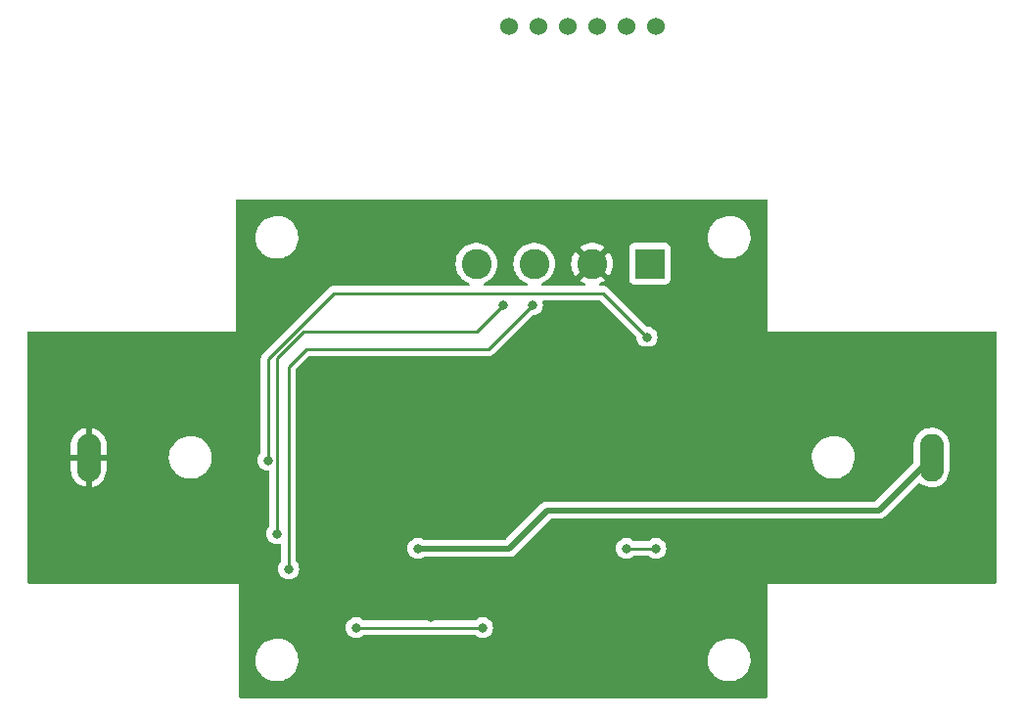
<source format=gbr>
%TF.GenerationSoftware,KiCad,Pcbnew,7.0.9*%
%TF.CreationDate,2024-03-18T18:38:54+01:00*%
%TF.ProjectId,esp32c3,65737033-3263-4332-9e6b-696361645f70,rev?*%
%TF.SameCoordinates,Original*%
%TF.FileFunction,Copper,L2,Bot*%
%TF.FilePolarity,Positive*%
%FSLAX46Y46*%
G04 Gerber Fmt 4.6, Leading zero omitted, Abs format (unit mm)*
G04 Created by KiCad (PCBNEW 7.0.9) date 2024-03-18 18:38:54*
%MOMM*%
%LPD*%
G01*
G04 APERTURE LIST*
%TA.AperFunction,ComponentPad*%
%ADD10C,1.524000*%
%TD*%
%TA.AperFunction,ComponentPad*%
%ADD11C,2.600000*%
%TD*%
%TA.AperFunction,ComponentPad*%
%ADD12R,2.600000X2.600000*%
%TD*%
%TA.AperFunction,ComponentPad*%
%ADD13O,2.070000X4.140000*%
%TD*%
%TA.AperFunction,ViaPad*%
%ADD14C,0.800000*%
%TD*%
%TA.AperFunction,Conductor*%
%ADD15C,0.500000*%
%TD*%
%TA.AperFunction,Conductor*%
%ADD16C,0.250000*%
%TD*%
G04 APERTURE END LIST*
D10*
%TO.P,U1,1,VCC*%
%TO.N,unconnected-(U1-VCC-Pad1)*%
X165862000Y-38354000D03*
%TO.P,U1,2,GND*%
%TO.N,unconnected-(U1-GND-Pad2)*%
X163322000Y-38354000D03*
%TO.P,U1,3,SCL*%
%TO.N,unconnected-(U1-SCL-Pad3)*%
X160782000Y-38354000D03*
%TO.P,U1,4,SDA*%
%TO.N,unconnected-(U1-SDA-Pad4)*%
X158242000Y-38354000D03*
%TO.P,U1,5,CSB*%
%TO.N,unconnected-(U1-CSB-Pad5)*%
X155702000Y-38354000D03*
%TO.P,U1,6,SDO*%
%TO.N,unconnected-(U1-SDO-Pad6)*%
X153162000Y-38354000D03*
%TD*%
D11*
%TO.P,J2,4,Pin_4*%
%TO.N,Net-(J2-Pin_4)*%
X150354000Y-58928000D03*
%TO.P,J2,3,Pin_3*%
%TO.N,Net-(J2-Pin_3)*%
X155354000Y-58928000D03*
%TO.P,J2,2,Pin_2*%
%TO.N,GNDD*%
X160354000Y-58928000D03*
D12*
%TO.P,J2,1,Pin_1*%
%TO.N,+3V3*%
X165354000Y-58928000D03*
%TD*%
D13*
%TO.P,BT1,+*%
%TO.N,+5V*%
X189716000Y-75692000D03*
%TO.P,BT1,-*%
%TO.N,GNDD*%
X116816000Y-75692000D03*
%TD*%
D14*
%TO.N,GNDD*%
X156210000Y-88138000D03*
X145796000Y-80772000D03*
X169926000Y-66294000D03*
X154940000Y-75946000D03*
%TO.N,Net-(J2-Pin_3)*%
X134112000Y-85344000D03*
X155194000Y-62484000D03*
%TO.N,Net-(J2-Pin_4)*%
X152654000Y-62484000D03*
X133096000Y-82296000D03*
%TO.N,Net-(U2-PA02_A0_D0)*%
X150876000Y-90424000D03*
X139954000Y-90424000D03*
%TO.N,Net-(U2-PA4_A1_D1)*%
X165100000Y-65278000D03*
X132334000Y-75946000D03*
%TO.N,Net-(U2-PA5_A9_D9_MISO)*%
X163322000Y-83566000D03*
X165862000Y-83566000D03*
%TO.N,+5V*%
X145288000Y-83566000D03*
%TO.N,GNDD*%
X142748000Y-80518000D03*
X146431000Y-89535000D03*
%TD*%
D15*
%TO.N,GNDD*%
X155702000Y-71882000D02*
X161290000Y-66294000D01*
X161290000Y-66294000D02*
X169926000Y-66294000D01*
X155702000Y-75184000D02*
X155702000Y-71882000D01*
X154940000Y-75946000D02*
X155702000Y-75184000D01*
D16*
%TO.N,Net-(J2-Pin_3)*%
X151384000Y-66294000D02*
X135636000Y-66294000D01*
X134112000Y-67818000D02*
X134112000Y-85344000D01*
X155194000Y-62484000D02*
X151384000Y-66294000D01*
X135636000Y-66294000D02*
X134112000Y-67818000D01*
%TO.N,Net-(J2-Pin_4)*%
X152654000Y-62484000D02*
X150368000Y-64770000D01*
X135382000Y-64770000D02*
X133096000Y-67056000D01*
X133096000Y-67056000D02*
X133096000Y-82296000D01*
X150368000Y-64770000D02*
X135382000Y-64770000D01*
%TO.N,Net-(U2-PA02_A0_D0)*%
X139954000Y-90424000D02*
X150876000Y-90424000D01*
%TO.N,Net-(U2-PA4_A1_D1)*%
X132334000Y-67181604D02*
X138047604Y-61468000D01*
X138047604Y-61468000D02*
X161290000Y-61468000D01*
X132334000Y-75946000D02*
X132334000Y-67181604D01*
X161290000Y-61468000D02*
X165100000Y-65278000D01*
%TO.N,Net-(U2-PA5_A9_D9_MISO)*%
X163322000Y-83566000D02*
X165862000Y-83566000D01*
D15*
%TO.N,+5V*%
X156464000Y-80264000D02*
X185144000Y-80264000D01*
X145288000Y-83566000D02*
X153162000Y-83566000D01*
X153162000Y-83566000D02*
X156464000Y-80264000D01*
X185144000Y-80264000D02*
X189716000Y-75692000D01*
%TO.N,GNDD*%
X134112000Y-87376000D02*
X144272000Y-87376000D01*
X126492000Y-81534000D02*
X128270000Y-81534000D01*
X128270000Y-81534000D02*
X134112000Y-87376000D01*
X144399000Y-87503000D02*
X146431000Y-89535000D01*
X116816000Y-75692000D02*
X120650000Y-75692000D01*
X142748000Y-80772000D02*
X142748000Y-80518000D01*
X120650000Y-75692000D02*
X126492000Y-81534000D01*
X142748000Y-85852000D02*
X144399000Y-87503000D01*
X144272000Y-87376000D02*
X144399000Y-87503000D01*
X142748000Y-80772000D02*
X142748000Y-85852000D01*
%TD*%
%TA.AperFunction,Conductor*%
%TO.N,GNDD*%
G36*
X175456539Y-53360185D02*
G01*
X175502294Y-53412989D01*
X175513500Y-53464500D01*
X175513500Y-64745467D01*
X175513416Y-64745889D01*
X175513459Y-64770001D01*
X175513500Y-64770099D01*
X175513616Y-64770382D01*
X175513618Y-64770384D01*
X175513808Y-64770462D01*
X175514000Y-64770541D01*
X175514002Y-64770539D01*
X175538616Y-64770524D01*
X175538616Y-64770528D01*
X175538760Y-64770500D01*
X195201500Y-64770500D01*
X195268539Y-64790185D01*
X195314294Y-64842989D01*
X195325500Y-64894500D01*
X195325500Y-86489500D01*
X195305815Y-86556539D01*
X195253011Y-86602294D01*
X195201500Y-86613500D01*
X175538760Y-86613500D01*
X175538554Y-86613459D01*
X175514000Y-86613459D01*
X175513901Y-86613500D01*
X175513617Y-86613616D01*
X175513615Y-86613618D01*
X175513459Y-86613999D01*
X175513476Y-86638616D01*
X175513471Y-86638616D01*
X175513500Y-86638759D01*
X175513500Y-96395500D01*
X175493815Y-96462539D01*
X175441011Y-96508294D01*
X175389500Y-96519500D01*
X129918500Y-96519500D01*
X129851461Y-96499815D01*
X129805706Y-96447011D01*
X129794500Y-96395500D01*
X129794500Y-93285763D01*
X131241787Y-93285763D01*
X131271413Y-93555013D01*
X131271415Y-93555024D01*
X131339926Y-93817082D01*
X131339928Y-93817088D01*
X131445870Y-94066390D01*
X131517998Y-94184575D01*
X131586979Y-94297605D01*
X131586986Y-94297615D01*
X131760253Y-94505819D01*
X131760259Y-94505824D01*
X131961998Y-94686582D01*
X132187910Y-94836044D01*
X132433176Y-94951020D01*
X132433183Y-94951022D01*
X132433185Y-94951023D01*
X132692557Y-95029057D01*
X132692564Y-95029058D01*
X132692569Y-95029060D01*
X132960561Y-95068500D01*
X132960566Y-95068500D01*
X133163636Y-95068500D01*
X133215133Y-95064730D01*
X133366156Y-95053677D01*
X133478758Y-95028593D01*
X133630546Y-94994782D01*
X133630548Y-94994781D01*
X133630553Y-94994780D01*
X133883558Y-94898014D01*
X134119777Y-94765441D01*
X134334177Y-94599888D01*
X134522186Y-94404881D01*
X134679799Y-94184579D01*
X134753787Y-94040669D01*
X134803649Y-93943690D01*
X134803651Y-93943684D01*
X134803656Y-93943675D01*
X134891118Y-93687305D01*
X134940319Y-93420933D01*
X134945259Y-93285763D01*
X170357787Y-93285763D01*
X170387413Y-93555013D01*
X170387415Y-93555024D01*
X170455926Y-93817082D01*
X170455928Y-93817088D01*
X170561870Y-94066390D01*
X170633998Y-94184575D01*
X170702979Y-94297605D01*
X170702986Y-94297615D01*
X170876253Y-94505819D01*
X170876259Y-94505824D01*
X171077998Y-94686582D01*
X171303910Y-94836044D01*
X171549176Y-94951020D01*
X171549183Y-94951022D01*
X171549185Y-94951023D01*
X171808557Y-95029057D01*
X171808564Y-95029058D01*
X171808569Y-95029060D01*
X172076561Y-95068500D01*
X172076566Y-95068500D01*
X172279636Y-95068500D01*
X172331133Y-95064730D01*
X172482156Y-95053677D01*
X172594758Y-95028593D01*
X172746546Y-94994782D01*
X172746548Y-94994781D01*
X172746553Y-94994780D01*
X172999558Y-94898014D01*
X173235777Y-94765441D01*
X173450177Y-94599888D01*
X173638186Y-94404881D01*
X173795799Y-94184579D01*
X173869787Y-94040669D01*
X173919649Y-93943690D01*
X173919651Y-93943684D01*
X173919656Y-93943675D01*
X174007118Y-93687305D01*
X174056319Y-93420933D01*
X174066212Y-93150235D01*
X174036586Y-92880982D01*
X173968072Y-92618912D01*
X173862130Y-92369610D01*
X173721018Y-92138390D01*
X173631747Y-92031119D01*
X173547746Y-91930180D01*
X173547740Y-91930175D01*
X173346002Y-91749418D01*
X173120092Y-91599957D01*
X173120090Y-91599956D01*
X172874824Y-91484980D01*
X172874819Y-91484978D01*
X172874814Y-91484976D01*
X172615442Y-91406942D01*
X172615428Y-91406939D01*
X172499791Y-91389921D01*
X172347439Y-91367500D01*
X172144369Y-91367500D01*
X172144364Y-91367500D01*
X171941844Y-91382323D01*
X171941831Y-91382325D01*
X171677453Y-91441217D01*
X171677446Y-91441220D01*
X171424439Y-91537987D01*
X171188226Y-91670557D01*
X170973822Y-91836112D01*
X170785822Y-92031109D01*
X170785816Y-92031116D01*
X170628202Y-92251419D01*
X170628199Y-92251424D01*
X170504350Y-92492309D01*
X170504343Y-92492327D01*
X170416884Y-92748685D01*
X170416881Y-92748699D01*
X170367681Y-93015068D01*
X170367680Y-93015075D01*
X170357787Y-93285763D01*
X134945259Y-93285763D01*
X134950212Y-93150235D01*
X134920586Y-92880982D01*
X134852072Y-92618912D01*
X134746130Y-92369610D01*
X134605018Y-92138390D01*
X134515747Y-92031119D01*
X134431746Y-91930180D01*
X134431740Y-91930175D01*
X134230002Y-91749418D01*
X134004092Y-91599957D01*
X134004090Y-91599956D01*
X133758824Y-91484980D01*
X133758819Y-91484978D01*
X133758814Y-91484976D01*
X133499442Y-91406942D01*
X133499428Y-91406939D01*
X133383791Y-91389921D01*
X133231439Y-91367500D01*
X133028369Y-91367500D01*
X133028364Y-91367500D01*
X132825844Y-91382323D01*
X132825831Y-91382325D01*
X132561453Y-91441217D01*
X132561446Y-91441220D01*
X132308439Y-91537987D01*
X132072226Y-91670557D01*
X131857822Y-91836112D01*
X131669822Y-92031109D01*
X131669816Y-92031116D01*
X131512202Y-92251419D01*
X131512199Y-92251424D01*
X131388350Y-92492309D01*
X131388343Y-92492327D01*
X131300884Y-92748685D01*
X131300881Y-92748699D01*
X131251681Y-93015068D01*
X131251680Y-93015075D01*
X131241787Y-93285763D01*
X129794500Y-93285763D01*
X129794500Y-90424000D01*
X139048540Y-90424000D01*
X139068326Y-90612256D01*
X139068327Y-90612259D01*
X139126818Y-90792277D01*
X139126821Y-90792284D01*
X139221467Y-90956216D01*
X139323185Y-91069185D01*
X139348129Y-91096888D01*
X139501265Y-91208148D01*
X139501270Y-91208151D01*
X139674192Y-91285142D01*
X139674197Y-91285144D01*
X139859354Y-91324500D01*
X139859355Y-91324500D01*
X140048644Y-91324500D01*
X140048646Y-91324500D01*
X140233803Y-91285144D01*
X140406730Y-91208151D01*
X140559871Y-91096888D01*
X140562788Y-91093647D01*
X140565600Y-91090526D01*
X140625087Y-91053879D01*
X140657748Y-91049500D01*
X150172252Y-91049500D01*
X150239291Y-91069185D01*
X150264400Y-91090526D01*
X150270126Y-91096885D01*
X150270130Y-91096889D01*
X150423265Y-91208148D01*
X150423270Y-91208151D01*
X150596192Y-91285142D01*
X150596197Y-91285144D01*
X150781354Y-91324500D01*
X150781355Y-91324500D01*
X150970644Y-91324500D01*
X150970646Y-91324500D01*
X151155803Y-91285144D01*
X151328730Y-91208151D01*
X151481871Y-91096888D01*
X151608533Y-90956216D01*
X151703179Y-90792284D01*
X151761674Y-90612256D01*
X151781460Y-90424000D01*
X151761674Y-90235744D01*
X151703179Y-90055716D01*
X151608533Y-89891784D01*
X151481871Y-89751112D01*
X151481870Y-89751111D01*
X151328734Y-89639851D01*
X151328729Y-89639848D01*
X151155807Y-89562857D01*
X151155802Y-89562855D01*
X151010001Y-89531865D01*
X150970646Y-89523500D01*
X150781354Y-89523500D01*
X150748897Y-89530398D01*
X150596197Y-89562855D01*
X150596192Y-89562857D01*
X150423270Y-89639848D01*
X150423265Y-89639851D01*
X150270130Y-89751110D01*
X150270126Y-89751114D01*
X150264400Y-89757474D01*
X150204913Y-89794121D01*
X150172252Y-89798500D01*
X140657748Y-89798500D01*
X140590709Y-89778815D01*
X140565600Y-89757474D01*
X140559873Y-89751114D01*
X140559869Y-89751110D01*
X140406734Y-89639851D01*
X140406729Y-89639848D01*
X140233807Y-89562857D01*
X140233802Y-89562855D01*
X140088001Y-89531865D01*
X140048646Y-89523500D01*
X139859354Y-89523500D01*
X139826897Y-89530398D01*
X139674197Y-89562855D01*
X139674192Y-89562857D01*
X139501270Y-89639848D01*
X139501265Y-89639851D01*
X139348129Y-89751111D01*
X139221466Y-89891785D01*
X139126821Y-90055715D01*
X139126818Y-90055722D01*
X139068327Y-90235740D01*
X139068326Y-90235744D01*
X139048540Y-90424000D01*
X129794500Y-90424000D01*
X129794500Y-86638759D01*
X129794528Y-86638616D01*
X129794524Y-86638616D01*
X129794539Y-86614002D01*
X129794541Y-86614000D01*
X129794462Y-86613808D01*
X129794384Y-86613618D01*
X129794382Y-86613616D01*
X129794099Y-86613500D01*
X129794000Y-86613459D01*
X129769446Y-86613459D01*
X129769240Y-86613500D01*
X111630500Y-86613500D01*
X111563461Y-86593815D01*
X111517706Y-86541011D01*
X111506500Y-86489500D01*
X111506500Y-76788862D01*
X115281000Y-76788862D01*
X115295948Y-76974031D01*
X115355259Y-77214664D01*
X115452402Y-77442667D01*
X115584866Y-77652143D01*
X115749206Y-77837645D01*
X115941183Y-77994389D01*
X115941188Y-77994393D01*
X116155814Y-78118307D01*
X116387549Y-78206192D01*
X116387548Y-78206192D01*
X116566000Y-78242622D01*
X116566000Y-76850049D01*
X116569525Y-76851900D01*
X116732219Y-76892000D01*
X116899781Y-76892000D01*
X117062475Y-76851900D01*
X117066000Y-76850049D01*
X117066000Y-78242919D01*
X117124030Y-78235873D01*
X117124036Y-78235871D01*
X117362083Y-78166920D01*
X117362091Y-78166917D01*
X117585997Y-78060674D01*
X117585999Y-78060672D01*
X117789962Y-77919886D01*
X117789963Y-77919885D01*
X117968700Y-77748207D01*
X118117584Y-77550079D01*
X118117590Y-77550068D01*
X118232762Y-77330628D01*
X118232763Y-77330624D01*
X118311245Y-77095545D01*
X118311245Y-77095544D01*
X118350999Y-76850920D01*
X118351000Y-76850919D01*
X118351000Y-75942000D01*
X117506000Y-75942000D01*
X117506000Y-75759763D01*
X123751787Y-75759763D01*
X123781413Y-76029013D01*
X123781415Y-76029024D01*
X123849926Y-76291082D01*
X123849928Y-76291088D01*
X123955870Y-76540390D01*
X124003777Y-76618888D01*
X124096979Y-76771605D01*
X124096986Y-76771615D01*
X124270253Y-76979819D01*
X124270259Y-76979824D01*
X124471998Y-77160582D01*
X124697910Y-77310044D01*
X124943176Y-77425020D01*
X124943183Y-77425022D01*
X124943185Y-77425023D01*
X125202557Y-77503057D01*
X125202564Y-77503058D01*
X125202569Y-77503060D01*
X125470561Y-77542500D01*
X125470566Y-77542500D01*
X125673636Y-77542500D01*
X125725133Y-77538730D01*
X125876156Y-77527677D01*
X125988758Y-77502593D01*
X126140546Y-77468782D01*
X126140548Y-77468781D01*
X126140553Y-77468780D01*
X126393558Y-77372014D01*
X126629777Y-77239441D01*
X126844177Y-77073888D01*
X127032186Y-76878881D01*
X127189799Y-76658579D01*
X127282531Y-76478214D01*
X127313649Y-76417690D01*
X127313651Y-76417684D01*
X127313656Y-76417675D01*
X127401118Y-76161305D01*
X127440887Y-75946000D01*
X131428540Y-75946000D01*
X131448326Y-76134256D01*
X131448327Y-76134259D01*
X131506818Y-76314277D01*
X131506821Y-76314284D01*
X131601467Y-76478216D01*
X131657448Y-76540389D01*
X131728129Y-76618888D01*
X131881265Y-76730148D01*
X131881270Y-76730151D01*
X132054192Y-76807142D01*
X132054197Y-76807144D01*
X132239354Y-76846500D01*
X132239355Y-76846500D01*
X132346500Y-76846500D01*
X132413539Y-76866185D01*
X132459294Y-76918989D01*
X132470500Y-76970500D01*
X132470500Y-81597312D01*
X132450815Y-81664351D01*
X132438650Y-81680284D01*
X132363466Y-81763784D01*
X132268821Y-81927715D01*
X132268818Y-81927722D01*
X132210327Y-82107740D01*
X132210326Y-82107744D01*
X132190540Y-82296000D01*
X132210326Y-82484256D01*
X132210327Y-82484259D01*
X132268818Y-82664277D01*
X132268821Y-82664284D01*
X132363467Y-82828216D01*
X132464568Y-82940500D01*
X132490129Y-82968888D01*
X132643265Y-83080148D01*
X132643270Y-83080151D01*
X132816192Y-83157142D01*
X132816197Y-83157144D01*
X133001354Y-83196500D01*
X133001355Y-83196500D01*
X133190644Y-83196500D01*
X133190646Y-83196500D01*
X133336720Y-83165451D01*
X133406386Y-83170767D01*
X133462120Y-83212904D01*
X133486225Y-83278484D01*
X133486500Y-83286741D01*
X133486500Y-84645312D01*
X133466815Y-84712351D01*
X133454650Y-84728284D01*
X133379466Y-84811784D01*
X133284821Y-84975715D01*
X133284818Y-84975722D01*
X133226327Y-85155740D01*
X133226326Y-85155744D01*
X133206540Y-85344000D01*
X133226326Y-85532256D01*
X133226327Y-85532259D01*
X133284818Y-85712277D01*
X133284821Y-85712284D01*
X133379467Y-85876216D01*
X133506129Y-86016888D01*
X133659265Y-86128148D01*
X133659270Y-86128151D01*
X133832192Y-86205142D01*
X133832197Y-86205144D01*
X134017354Y-86244500D01*
X134017355Y-86244500D01*
X134206644Y-86244500D01*
X134206646Y-86244500D01*
X134391803Y-86205144D01*
X134564730Y-86128151D01*
X134717871Y-86016888D01*
X134844533Y-85876216D01*
X134939179Y-85712284D01*
X134997674Y-85532256D01*
X135017460Y-85344000D01*
X134997674Y-85155744D01*
X134939179Y-84975716D01*
X134844533Y-84811784D01*
X134769350Y-84728284D01*
X134739120Y-84665292D01*
X134737500Y-84645312D01*
X134737500Y-83566000D01*
X144382540Y-83566000D01*
X144402326Y-83754256D01*
X144402327Y-83754259D01*
X144460818Y-83934277D01*
X144460821Y-83934284D01*
X144555467Y-84098216D01*
X144646244Y-84199034D01*
X144682129Y-84238888D01*
X144835265Y-84350148D01*
X144835270Y-84350151D01*
X145008192Y-84427142D01*
X145008197Y-84427144D01*
X145193354Y-84466500D01*
X145193355Y-84466500D01*
X145382644Y-84466500D01*
X145382646Y-84466500D01*
X145567803Y-84427144D01*
X145740730Y-84350151D01*
X145742776Y-84348664D01*
X145754452Y-84340182D01*
X145820258Y-84316702D01*
X145827337Y-84316500D01*
X153098295Y-84316500D01*
X153116265Y-84317809D01*
X153140023Y-84321289D01*
X153192068Y-84316735D01*
X153197470Y-84316500D01*
X153205704Y-84316500D01*
X153205709Y-84316500D01*
X153217327Y-84315141D01*
X153238276Y-84312693D01*
X153251028Y-84311577D01*
X153314797Y-84305999D01*
X153314805Y-84305996D01*
X153321866Y-84304539D01*
X153321878Y-84304598D01*
X153329243Y-84302965D01*
X153329229Y-84302906D01*
X153336246Y-84301241D01*
X153336255Y-84301241D01*
X153408423Y-84274974D01*
X153481334Y-84250814D01*
X153481343Y-84250807D01*
X153487882Y-84247760D01*
X153487908Y-84247816D01*
X153494690Y-84244532D01*
X153494663Y-84244478D01*
X153501106Y-84241240D01*
X153501117Y-84241237D01*
X153565283Y-84199034D01*
X153630656Y-84158712D01*
X153630662Y-84158705D01*
X153636325Y-84154229D01*
X153636362Y-84154277D01*
X153642204Y-84149518D01*
X153642164Y-84149471D01*
X153647691Y-84144832D01*
X153647696Y-84144830D01*
X153700386Y-84088981D01*
X154223367Y-83566000D01*
X162416540Y-83566000D01*
X162436326Y-83754256D01*
X162436327Y-83754259D01*
X162494818Y-83934277D01*
X162494821Y-83934284D01*
X162589467Y-84098216D01*
X162680244Y-84199034D01*
X162716129Y-84238888D01*
X162869265Y-84350148D01*
X162869270Y-84350151D01*
X163042192Y-84427142D01*
X163042197Y-84427144D01*
X163227354Y-84466500D01*
X163227355Y-84466500D01*
X163416644Y-84466500D01*
X163416646Y-84466500D01*
X163601803Y-84427144D01*
X163774730Y-84350151D01*
X163927871Y-84238888D01*
X163930788Y-84235647D01*
X163933600Y-84232526D01*
X163993087Y-84195879D01*
X164025748Y-84191500D01*
X165158252Y-84191500D01*
X165225291Y-84211185D01*
X165250400Y-84232526D01*
X165256126Y-84238885D01*
X165256130Y-84238889D01*
X165409265Y-84350148D01*
X165409270Y-84350151D01*
X165582192Y-84427142D01*
X165582197Y-84427144D01*
X165767354Y-84466500D01*
X165767355Y-84466500D01*
X165956644Y-84466500D01*
X165956646Y-84466500D01*
X166141803Y-84427144D01*
X166314730Y-84350151D01*
X166467871Y-84238888D01*
X166594533Y-84098216D01*
X166689179Y-83934284D01*
X166747674Y-83754256D01*
X166767460Y-83566000D01*
X166747674Y-83377744D01*
X166689179Y-83197716D01*
X166594533Y-83033784D01*
X166467871Y-82893112D01*
X166467870Y-82893111D01*
X166314734Y-82781851D01*
X166314729Y-82781848D01*
X166141807Y-82704857D01*
X166141802Y-82704855D01*
X165996001Y-82673865D01*
X165956646Y-82665500D01*
X165767354Y-82665500D01*
X165734897Y-82672398D01*
X165582197Y-82704855D01*
X165582192Y-82704857D01*
X165409270Y-82781848D01*
X165409265Y-82781851D01*
X165256130Y-82893110D01*
X165256126Y-82893114D01*
X165250400Y-82899474D01*
X165190913Y-82936121D01*
X165158252Y-82940500D01*
X164025748Y-82940500D01*
X163958709Y-82920815D01*
X163933600Y-82899474D01*
X163927873Y-82893114D01*
X163927869Y-82893110D01*
X163774734Y-82781851D01*
X163774729Y-82781848D01*
X163601807Y-82704857D01*
X163601802Y-82704855D01*
X163456001Y-82673865D01*
X163416646Y-82665500D01*
X163227354Y-82665500D01*
X163194897Y-82672398D01*
X163042197Y-82704855D01*
X163042192Y-82704857D01*
X162869270Y-82781848D01*
X162869265Y-82781851D01*
X162716129Y-82893111D01*
X162589466Y-83033785D01*
X162494821Y-83197715D01*
X162494818Y-83197722D01*
X162436327Y-83377740D01*
X162436326Y-83377744D01*
X162416540Y-83566000D01*
X154223367Y-83566000D01*
X156738548Y-81050819D01*
X156799871Y-81017334D01*
X156826229Y-81014500D01*
X185080295Y-81014500D01*
X185098265Y-81015809D01*
X185122023Y-81019289D01*
X185174068Y-81014735D01*
X185179470Y-81014500D01*
X185187704Y-81014500D01*
X185187709Y-81014500D01*
X185199327Y-81013141D01*
X185220276Y-81010693D01*
X185233028Y-81009577D01*
X185296797Y-81003999D01*
X185296805Y-81003996D01*
X185303866Y-81002539D01*
X185303878Y-81002598D01*
X185311243Y-81000965D01*
X185311229Y-81000906D01*
X185318246Y-80999241D01*
X185318255Y-80999241D01*
X185390423Y-80972974D01*
X185463334Y-80948814D01*
X185463343Y-80948807D01*
X185469882Y-80945760D01*
X185469908Y-80945816D01*
X185476690Y-80942532D01*
X185476663Y-80942478D01*
X185483106Y-80939240D01*
X185483117Y-80939237D01*
X185547283Y-80897034D01*
X185612656Y-80856712D01*
X185612662Y-80856705D01*
X185618325Y-80852229D01*
X185618362Y-80852277D01*
X185624204Y-80847518D01*
X185624164Y-80847471D01*
X185629691Y-80842832D01*
X185629696Y-80842830D01*
X185682386Y-80786981D01*
X188559958Y-77909407D01*
X188621279Y-77875924D01*
X188690970Y-77880908D01*
X188726055Y-77901035D01*
X188840392Y-77994389D01*
X188840904Y-77994807D01*
X189055599Y-78118760D01*
X189055601Y-78118761D01*
X189287407Y-78206673D01*
X189530314Y-78256263D01*
X189604628Y-78259257D01*
X189778022Y-78266246D01*
X189778023Y-78266246D01*
X189778024Y-78266245D01*
X189778029Y-78266246D01*
X190024139Y-78236363D01*
X190262267Y-78167388D01*
X190486247Y-78061108D01*
X190690279Y-77920275D01*
X190869077Y-77748537D01*
X191018011Y-77550342D01*
X191133224Y-77330823D01*
X191211731Y-77095665D01*
X191231499Y-76974031D01*
X191251500Y-76850960D01*
X191251500Y-74595125D01*
X191236546Y-74409887D01*
X191206616Y-74288455D01*
X191177216Y-74169175D01*
X191080041Y-73941096D01*
X190947538Y-73731560D01*
X190947534Y-73731555D01*
X190783140Y-73545992D01*
X190591101Y-73389196D01*
X190591096Y-73389193D01*
X190376400Y-73265239D01*
X190144597Y-73177328D01*
X190144594Y-73177327D01*
X190144593Y-73177327D01*
X190100050Y-73168233D01*
X189901690Y-73127737D01*
X189901682Y-73127736D01*
X189653977Y-73117753D01*
X189653976Y-73117753D01*
X189407868Y-73147635D01*
X189407861Y-73147637D01*
X189169738Y-73216610D01*
X189169735Y-73216611D01*
X188945749Y-73322893D01*
X188741719Y-73463726D01*
X188741715Y-73463729D01*
X188562924Y-73635460D01*
X188413992Y-73833652D01*
X188413986Y-73833663D01*
X188298778Y-74053171D01*
X188220267Y-74288340D01*
X188180500Y-74533039D01*
X188180500Y-76114770D01*
X188160815Y-76181809D01*
X188144181Y-76202451D01*
X184869451Y-79477181D01*
X184808128Y-79510666D01*
X184781770Y-79513500D01*
X156527705Y-79513500D01*
X156509735Y-79512191D01*
X156485972Y-79508710D01*
X156440890Y-79512655D01*
X156433933Y-79513264D01*
X156428532Y-79513500D01*
X156420287Y-79513500D01*
X156394222Y-79516546D01*
X156387705Y-79517308D01*
X156382403Y-79517771D01*
X156311201Y-79524001D01*
X156304134Y-79525461D01*
X156304122Y-79525404D01*
X156296753Y-79527038D01*
X156296767Y-79527095D01*
X156289739Y-79528760D01*
X156217568Y-79555028D01*
X156144665Y-79579186D01*
X156144663Y-79579186D01*
X156144660Y-79579188D01*
X156138123Y-79582236D01*
X156138098Y-79582184D01*
X156131310Y-79585470D01*
X156131336Y-79585521D01*
X156124885Y-79588761D01*
X156060723Y-79630961D01*
X155995346Y-79671285D01*
X155989682Y-79675765D01*
X155989646Y-79675719D01*
X155983798Y-79680484D01*
X155983835Y-79680528D01*
X155978310Y-79685164D01*
X155925614Y-79741017D01*
X152887451Y-82779181D01*
X152826128Y-82812666D01*
X152799770Y-82815500D01*
X145827337Y-82815500D01*
X145760298Y-82795815D01*
X145754452Y-82791818D01*
X145740734Y-82781851D01*
X145740729Y-82781848D01*
X145567807Y-82704857D01*
X145567802Y-82704855D01*
X145422001Y-82673865D01*
X145382646Y-82665500D01*
X145193354Y-82665500D01*
X145160897Y-82672398D01*
X145008197Y-82704855D01*
X145008192Y-82704857D01*
X144835270Y-82781848D01*
X144835265Y-82781851D01*
X144682129Y-82893111D01*
X144555466Y-83033785D01*
X144460821Y-83197715D01*
X144460818Y-83197722D01*
X144402327Y-83377740D01*
X144402326Y-83377744D01*
X144382540Y-83566000D01*
X134737500Y-83566000D01*
X134737500Y-75759763D01*
X179366787Y-75759763D01*
X179396413Y-76029013D01*
X179396415Y-76029024D01*
X179464926Y-76291082D01*
X179464928Y-76291088D01*
X179570870Y-76540390D01*
X179618777Y-76618888D01*
X179711979Y-76771605D01*
X179711986Y-76771615D01*
X179885253Y-76979819D01*
X179885259Y-76979824D01*
X180086998Y-77160582D01*
X180312910Y-77310044D01*
X180558176Y-77425020D01*
X180558183Y-77425022D01*
X180558185Y-77425023D01*
X180817557Y-77503057D01*
X180817564Y-77503058D01*
X180817569Y-77503060D01*
X181085561Y-77542500D01*
X181085566Y-77542500D01*
X181288636Y-77542500D01*
X181340133Y-77538730D01*
X181491156Y-77527677D01*
X181603758Y-77502593D01*
X181755546Y-77468782D01*
X181755548Y-77468781D01*
X181755553Y-77468780D01*
X182008558Y-77372014D01*
X182244777Y-77239441D01*
X182459177Y-77073888D01*
X182647186Y-76878881D01*
X182804799Y-76658579D01*
X182897531Y-76478214D01*
X182928649Y-76417690D01*
X182928651Y-76417684D01*
X182928656Y-76417675D01*
X183016118Y-76161305D01*
X183065319Y-75894933D01*
X183075212Y-75624235D01*
X183045586Y-75354982D01*
X182977072Y-75092912D01*
X182871130Y-74843610D01*
X182730018Y-74612390D01*
X182715650Y-74595125D01*
X182556746Y-74404180D01*
X182556740Y-74404175D01*
X182355002Y-74223418D01*
X182129092Y-74073957D01*
X182129090Y-74073956D01*
X181883824Y-73958980D01*
X181883819Y-73958978D01*
X181883814Y-73958976D01*
X181624442Y-73880942D01*
X181624428Y-73880939D01*
X181508791Y-73863921D01*
X181356439Y-73841500D01*
X181153369Y-73841500D01*
X181153364Y-73841500D01*
X180950844Y-73856323D01*
X180950831Y-73856325D01*
X180686453Y-73915217D01*
X180686446Y-73915220D01*
X180433439Y-74011987D01*
X180197226Y-74144557D01*
X180197224Y-74144558D01*
X180197223Y-74144559D01*
X180165137Y-74169335D01*
X179982822Y-74310112D01*
X179794822Y-74505109D01*
X179794816Y-74505116D01*
X179637202Y-74725419D01*
X179637199Y-74725424D01*
X179513350Y-74966309D01*
X179513343Y-74966327D01*
X179425884Y-75222685D01*
X179425881Y-75222699D01*
X179376681Y-75489068D01*
X179376680Y-75489075D01*
X179366787Y-75759763D01*
X134737500Y-75759763D01*
X134737500Y-68128452D01*
X134757185Y-68061413D01*
X134773819Y-68040771D01*
X135858772Y-66955819D01*
X135920095Y-66922334D01*
X135946453Y-66919500D01*
X151301257Y-66919500D01*
X151316877Y-66921224D01*
X151316904Y-66920939D01*
X151324660Y-66921671D01*
X151324667Y-66921673D01*
X151393814Y-66919500D01*
X151423350Y-66919500D01*
X151430228Y-66918630D01*
X151436041Y-66918172D01*
X151482627Y-66916709D01*
X151501869Y-66911117D01*
X151520912Y-66907174D01*
X151540792Y-66904664D01*
X151584122Y-66887507D01*
X151589646Y-66885617D01*
X151593396Y-66884527D01*
X151634390Y-66872618D01*
X151651629Y-66862422D01*
X151669103Y-66853862D01*
X151687727Y-66846488D01*
X151687727Y-66846487D01*
X151687732Y-66846486D01*
X151725449Y-66819082D01*
X151730305Y-66815892D01*
X151770420Y-66792170D01*
X151784589Y-66777999D01*
X151799379Y-66765368D01*
X151815587Y-66753594D01*
X151845299Y-66717676D01*
X151849212Y-66713376D01*
X155141771Y-63420819D01*
X155203094Y-63387334D01*
X155229452Y-63384500D01*
X155288644Y-63384500D01*
X155288646Y-63384500D01*
X155473803Y-63345144D01*
X155646730Y-63268151D01*
X155799871Y-63156888D01*
X155926533Y-63016216D01*
X156021179Y-62852284D01*
X156079674Y-62672256D01*
X156099460Y-62484000D01*
X156079674Y-62295744D01*
X156066700Y-62255817D01*
X156064706Y-62185978D01*
X156100786Y-62126145D01*
X156163487Y-62095316D01*
X156184632Y-62093500D01*
X160979548Y-62093500D01*
X161046587Y-62113185D01*
X161067229Y-62129819D01*
X164161038Y-65223628D01*
X164194523Y-65284951D01*
X164196678Y-65298347D01*
X164200368Y-65333453D01*
X164214326Y-65466256D01*
X164214327Y-65466259D01*
X164272818Y-65646277D01*
X164272821Y-65646284D01*
X164367467Y-65810216D01*
X164494129Y-65950888D01*
X164647265Y-66062148D01*
X164647270Y-66062151D01*
X164820192Y-66139142D01*
X164820197Y-66139144D01*
X165005354Y-66178500D01*
X165005355Y-66178500D01*
X165194644Y-66178500D01*
X165194646Y-66178500D01*
X165379803Y-66139144D01*
X165552730Y-66062151D01*
X165705871Y-65950888D01*
X165832533Y-65810216D01*
X165927179Y-65646284D01*
X165985674Y-65466256D01*
X166005460Y-65278000D01*
X165985674Y-65089744D01*
X165927179Y-64909716D01*
X165832533Y-64745784D01*
X165705871Y-64605112D01*
X165705870Y-64605111D01*
X165552734Y-64493851D01*
X165552729Y-64493848D01*
X165379807Y-64416857D01*
X165379802Y-64416855D01*
X165234001Y-64385865D01*
X165194646Y-64377500D01*
X165194645Y-64377500D01*
X165135452Y-64377500D01*
X165068413Y-64357815D01*
X165047771Y-64341181D01*
X161790803Y-61084212D01*
X161780980Y-61071950D01*
X161780759Y-61072134D01*
X161775786Y-61066123D01*
X161757159Y-61048631D01*
X161725364Y-61018773D01*
X161714919Y-61008328D01*
X161704475Y-60997883D01*
X161698986Y-60993625D01*
X161694561Y-60989847D01*
X161660582Y-60957938D01*
X161660580Y-60957936D01*
X161660577Y-60957935D01*
X161643029Y-60948288D01*
X161626763Y-60937604D01*
X161610933Y-60925325D01*
X161568168Y-60906818D01*
X161562922Y-60904248D01*
X161522093Y-60881803D01*
X161522092Y-60881802D01*
X161502693Y-60876822D01*
X161484281Y-60870518D01*
X161465898Y-60862562D01*
X161465892Y-60862560D01*
X161419874Y-60855272D01*
X161414152Y-60854087D01*
X161369021Y-60842500D01*
X161369019Y-60842500D01*
X161348984Y-60842500D01*
X161329586Y-60840973D01*
X161322162Y-60839797D01*
X161309805Y-60837840D01*
X161309804Y-60837840D01*
X161263416Y-60842225D01*
X161257578Y-60842500D01*
X161070355Y-60842500D01*
X161003316Y-60822815D01*
X160957561Y-60770011D01*
X160947617Y-60700853D01*
X160976642Y-60637297D01*
X161016554Y-60606780D01*
X161256521Y-60491218D01*
X161439150Y-60366702D01*
X161348318Y-60275870D01*
X163553500Y-60275870D01*
X163553501Y-60275876D01*
X163559908Y-60335483D01*
X163610202Y-60470328D01*
X163610206Y-60470335D01*
X163696452Y-60585544D01*
X163696455Y-60585547D01*
X163811664Y-60671793D01*
X163811671Y-60671797D01*
X163946517Y-60722091D01*
X163946516Y-60722091D01*
X163953444Y-60722835D01*
X164006127Y-60728500D01*
X166701872Y-60728499D01*
X166761483Y-60722091D01*
X166896331Y-60671796D01*
X167011546Y-60585546D01*
X167097796Y-60470331D01*
X167148091Y-60335483D01*
X167154500Y-60275873D01*
X167154499Y-57580128D01*
X167148091Y-57520517D01*
X167146542Y-57516365D01*
X167097797Y-57385671D01*
X167097793Y-57385664D01*
X167011547Y-57270455D01*
X167011544Y-57270452D01*
X166896335Y-57184206D01*
X166896328Y-57184202D01*
X166761482Y-57133908D01*
X166761483Y-57133908D01*
X166701883Y-57127501D01*
X166701881Y-57127500D01*
X166701873Y-57127500D01*
X166701864Y-57127500D01*
X164006129Y-57127500D01*
X164006123Y-57127501D01*
X163946516Y-57133908D01*
X163811671Y-57184202D01*
X163811664Y-57184206D01*
X163696455Y-57270452D01*
X163696452Y-57270455D01*
X163610206Y-57385664D01*
X163610202Y-57385671D01*
X163559908Y-57520517D01*
X163553501Y-57580116D01*
X163553501Y-57580123D01*
X163553500Y-57580135D01*
X163553500Y-60275870D01*
X161348318Y-60275870D01*
X160601534Y-59529086D01*
X160669629Y-59502126D01*
X160802492Y-59405595D01*
X160907175Y-59279055D01*
X160955631Y-59176079D01*
X161791703Y-60012151D01*
X161791704Y-60012150D01*
X161845393Y-59944828D01*
X161845400Y-59944817D01*
X161980290Y-59711181D01*
X162078851Y-59460052D01*
X162078857Y-59460033D01*
X162138886Y-59197028D01*
X162138886Y-59197026D01*
X162159047Y-58928004D01*
X162159047Y-58927995D01*
X162138886Y-58658973D01*
X162138886Y-58658971D01*
X162078857Y-58395966D01*
X162078851Y-58395947D01*
X161980290Y-58144818D01*
X161980291Y-58144818D01*
X161845397Y-57911177D01*
X161791704Y-57843847D01*
X160956546Y-58679004D01*
X160946812Y-58649044D01*
X160858814Y-58510381D01*
X160739097Y-58397960D01*
X160604489Y-58323958D01*
X161439150Y-57489296D01*
X161256517Y-57364779D01*
X161256516Y-57364778D01*
X161013460Y-57247730D01*
X161013462Y-57247730D01*
X160755662Y-57168209D01*
X160755656Y-57168207D01*
X160488898Y-57128000D01*
X160219101Y-57128000D01*
X159952343Y-57168207D01*
X159952337Y-57168209D01*
X159694538Y-57247730D01*
X159451485Y-57364778D01*
X159451476Y-57364783D01*
X159268848Y-57489296D01*
X160106465Y-58326913D01*
X160038371Y-58353874D01*
X159905508Y-58450405D01*
X159800825Y-58576945D01*
X159752368Y-58679920D01*
X158916295Y-57843848D01*
X158862600Y-57911180D01*
X158727709Y-58144818D01*
X158629148Y-58395947D01*
X158629142Y-58395966D01*
X158569113Y-58658971D01*
X158569113Y-58658973D01*
X158548953Y-58927995D01*
X158548953Y-58928004D01*
X158569113Y-59197026D01*
X158569113Y-59197028D01*
X158629142Y-59460033D01*
X158629148Y-59460052D01*
X158727709Y-59711181D01*
X158727708Y-59711181D01*
X158862602Y-59944822D01*
X158916294Y-60012151D01*
X158916295Y-60012151D01*
X159751452Y-59176993D01*
X159761188Y-59206956D01*
X159849186Y-59345619D01*
X159968903Y-59458040D01*
X160103510Y-59532041D01*
X159268848Y-60366702D01*
X159451483Y-60491220D01*
X159451484Y-60491221D01*
X159691446Y-60606780D01*
X159743306Y-60653602D01*
X159761619Y-60721029D01*
X159740571Y-60787653D01*
X159686845Y-60832322D01*
X159637645Y-60842500D01*
X156071508Y-60842500D01*
X156004469Y-60822815D01*
X155958714Y-60770011D01*
X155948770Y-60700853D01*
X155977795Y-60637297D01*
X156017707Y-60606780D01*
X156256767Y-60491655D01*
X156256767Y-60491654D01*
X156256775Y-60491651D01*
X156479741Y-60339635D01*
X156677561Y-60156085D01*
X156845815Y-59945102D01*
X156980743Y-59711398D01*
X157079334Y-59460195D01*
X157139383Y-59197103D01*
X157159549Y-58928000D01*
X157156466Y-58886862D01*
X157139389Y-58658973D01*
X157139383Y-58658897D01*
X157079334Y-58395805D01*
X156980743Y-58144602D01*
X156845815Y-57910898D01*
X156677561Y-57699915D01*
X156677560Y-57699914D01*
X156677557Y-57699910D01*
X156479741Y-57516365D01*
X156440038Y-57489296D01*
X156256775Y-57364349D01*
X156256769Y-57364346D01*
X156256768Y-57364345D01*
X156256767Y-57364344D01*
X156013643Y-57247263D01*
X156013645Y-57247263D01*
X155755773Y-57167720D01*
X155755767Y-57167718D01*
X155488936Y-57127500D01*
X155488929Y-57127500D01*
X155219071Y-57127500D01*
X155219063Y-57127500D01*
X154952232Y-57167718D01*
X154952226Y-57167720D01*
X154694358Y-57247262D01*
X154451230Y-57364346D01*
X154228258Y-57516365D01*
X154030442Y-57699910D01*
X153862185Y-57910898D01*
X153727258Y-58144599D01*
X153727256Y-58144603D01*
X153628666Y-58395804D01*
X153628664Y-58395811D01*
X153568616Y-58658898D01*
X153548451Y-58927995D01*
X153548451Y-58928004D01*
X153568616Y-59197101D01*
X153628664Y-59460188D01*
X153628666Y-59460195D01*
X153674901Y-59578000D01*
X153727257Y-59711398D01*
X153862185Y-59945102D01*
X153915655Y-60012151D01*
X154030442Y-60156089D01*
X154217183Y-60329358D01*
X154228259Y-60339635D01*
X154451226Y-60491651D01*
X154690294Y-60606780D01*
X154742153Y-60653602D01*
X154760466Y-60721029D01*
X154739418Y-60787653D01*
X154685692Y-60832322D01*
X154636492Y-60842500D01*
X151071508Y-60842500D01*
X151004469Y-60822815D01*
X150958714Y-60770011D01*
X150948770Y-60700853D01*
X150977795Y-60637297D01*
X151017707Y-60606780D01*
X151256767Y-60491655D01*
X151256767Y-60491654D01*
X151256775Y-60491651D01*
X151479741Y-60339635D01*
X151677561Y-60156085D01*
X151845815Y-59945102D01*
X151980743Y-59711398D01*
X152079334Y-59460195D01*
X152139383Y-59197103D01*
X152159549Y-58928000D01*
X152156466Y-58886862D01*
X152139389Y-58658973D01*
X152139383Y-58658897D01*
X152079334Y-58395805D01*
X151980743Y-58144602D01*
X151845815Y-57910898D01*
X151677561Y-57699915D01*
X151677560Y-57699914D01*
X151677557Y-57699910D01*
X151479741Y-57516365D01*
X151440038Y-57489296D01*
X151256775Y-57364349D01*
X151256769Y-57364346D01*
X151256768Y-57364345D01*
X151256767Y-57364344D01*
X151013643Y-57247263D01*
X151013645Y-57247263D01*
X150755773Y-57167720D01*
X150755767Y-57167718D01*
X150488936Y-57127500D01*
X150488929Y-57127500D01*
X150219071Y-57127500D01*
X150219063Y-57127500D01*
X149952232Y-57167718D01*
X149952226Y-57167720D01*
X149694358Y-57247262D01*
X149451230Y-57364346D01*
X149228258Y-57516365D01*
X149030442Y-57699910D01*
X148862185Y-57910898D01*
X148727258Y-58144599D01*
X148727256Y-58144603D01*
X148628666Y-58395804D01*
X148628664Y-58395811D01*
X148568616Y-58658898D01*
X148548451Y-58927995D01*
X148548451Y-58928004D01*
X148568616Y-59197101D01*
X148628664Y-59460188D01*
X148628666Y-59460195D01*
X148674901Y-59578000D01*
X148727257Y-59711398D01*
X148862185Y-59945102D01*
X148915655Y-60012151D01*
X149030442Y-60156089D01*
X149217183Y-60329358D01*
X149228259Y-60339635D01*
X149451226Y-60491651D01*
X149690294Y-60606780D01*
X149742153Y-60653602D01*
X149760466Y-60721029D01*
X149739418Y-60787653D01*
X149685692Y-60832322D01*
X149636492Y-60842500D01*
X138130341Y-60842500D01*
X138114724Y-60840776D01*
X138114697Y-60841062D01*
X138106935Y-60840327D01*
X138037807Y-60842500D01*
X138008254Y-60842500D01*
X138007533Y-60842590D01*
X138001361Y-60843369D01*
X137995549Y-60843826D01*
X137948977Y-60845290D01*
X137948976Y-60845290D01*
X137929733Y-60850881D01*
X137910683Y-60854825D01*
X137890815Y-60857334D01*
X137890813Y-60857335D01*
X137847488Y-60874488D01*
X137841961Y-60876380D01*
X137797214Y-60889381D01*
X137797213Y-60889382D01*
X137779971Y-60899579D01*
X137762503Y-60908137D01*
X137743873Y-60915513D01*
X137743871Y-60915514D01*
X137706180Y-60942898D01*
X137701298Y-60946105D01*
X137661183Y-60969830D01*
X137647012Y-60984000D01*
X137632227Y-60996628D01*
X137616016Y-61008407D01*
X137586313Y-61044310D01*
X137582381Y-61048631D01*
X131950208Y-66680803D01*
X131937951Y-66690624D01*
X131938134Y-66690845D01*
X131932123Y-66695817D01*
X131884772Y-66746240D01*
X131863889Y-66767123D01*
X131863877Y-66767136D01*
X131859621Y-66772621D01*
X131855837Y-66777051D01*
X131823937Y-66811022D01*
X131823936Y-66811024D01*
X131814284Y-66828580D01*
X131803610Y-66844830D01*
X131791329Y-66860665D01*
X131791324Y-66860672D01*
X131772815Y-66903442D01*
X131770245Y-66908688D01*
X131747803Y-66949510D01*
X131742822Y-66968911D01*
X131736521Y-66987314D01*
X131728562Y-67005706D01*
X131728561Y-67005709D01*
X131721271Y-67051731D01*
X131720087Y-67057450D01*
X131708501Y-67102576D01*
X131708500Y-67102586D01*
X131708500Y-67122620D01*
X131706973Y-67142019D01*
X131703840Y-67161798D01*
X131703840Y-67161799D01*
X131708225Y-67208187D01*
X131708500Y-67214025D01*
X131708500Y-75247312D01*
X131688815Y-75314351D01*
X131676650Y-75330284D01*
X131601466Y-75413784D01*
X131506821Y-75577715D01*
X131506818Y-75577722D01*
X131448327Y-75757740D01*
X131448326Y-75757744D01*
X131428540Y-75946000D01*
X127440887Y-75946000D01*
X127450319Y-75894933D01*
X127460212Y-75624235D01*
X127430586Y-75354982D01*
X127362072Y-75092912D01*
X127256130Y-74843610D01*
X127115018Y-74612390D01*
X127100650Y-74595125D01*
X126941746Y-74404180D01*
X126941740Y-74404175D01*
X126740002Y-74223418D01*
X126514092Y-74073957D01*
X126514090Y-74073956D01*
X126268824Y-73958980D01*
X126268819Y-73958978D01*
X126268814Y-73958976D01*
X126009442Y-73880942D01*
X126009428Y-73880939D01*
X125893791Y-73863921D01*
X125741439Y-73841500D01*
X125538369Y-73841500D01*
X125538364Y-73841500D01*
X125335844Y-73856323D01*
X125335831Y-73856325D01*
X125071453Y-73915217D01*
X125071446Y-73915220D01*
X124818439Y-74011987D01*
X124582226Y-74144557D01*
X124582224Y-74144558D01*
X124582223Y-74144559D01*
X124550137Y-74169335D01*
X124367822Y-74310112D01*
X124179822Y-74505109D01*
X124179816Y-74505116D01*
X124022202Y-74725419D01*
X124022199Y-74725424D01*
X123898350Y-74966309D01*
X123898343Y-74966327D01*
X123810884Y-75222685D01*
X123810881Y-75222699D01*
X123761681Y-75489068D01*
X123761680Y-75489075D01*
X123751787Y-75759763D01*
X117506000Y-75759763D01*
X117506000Y-75442000D01*
X118351000Y-75442000D01*
X118351000Y-74595138D01*
X118336051Y-74409968D01*
X118276740Y-74169335D01*
X118179597Y-73941332D01*
X118047133Y-73731856D01*
X117882793Y-73546354D01*
X117690816Y-73389610D01*
X117690811Y-73389606D01*
X117476185Y-73265692D01*
X117244462Y-73177811D01*
X117244450Y-73177807D01*
X117066000Y-73141376D01*
X117066000Y-74533950D01*
X117062475Y-74532100D01*
X116899781Y-74492000D01*
X116732219Y-74492000D01*
X116569525Y-74532100D01*
X116566000Y-74533950D01*
X116566000Y-73141080D01*
X116507962Y-73148128D01*
X116507955Y-73148129D01*
X116269916Y-73217079D01*
X116269908Y-73217082D01*
X116046002Y-73323325D01*
X116046000Y-73323327D01*
X115842037Y-73464113D01*
X115842036Y-73464114D01*
X115663299Y-73635792D01*
X115514415Y-73833920D01*
X115514409Y-73833931D01*
X115399237Y-74053371D01*
X115399236Y-74053375D01*
X115320754Y-74288454D01*
X115320754Y-74288455D01*
X115281000Y-74533079D01*
X115281000Y-75442000D01*
X116126000Y-75442000D01*
X116126000Y-75942000D01*
X115281000Y-75942000D01*
X115281000Y-76788862D01*
X111506500Y-76788862D01*
X111506500Y-64894500D01*
X111526185Y-64827461D01*
X111578989Y-64781706D01*
X111630500Y-64770500D01*
X129515240Y-64770500D01*
X129515383Y-64770528D01*
X129515384Y-64770524D01*
X129539997Y-64770539D01*
X129540000Y-64770541D01*
X129540383Y-64770383D01*
X129540500Y-64770099D01*
X129540541Y-64770000D01*
X129540540Y-64769997D01*
X129540583Y-64745889D01*
X129540500Y-64745467D01*
X129540500Y-56709763D01*
X131241787Y-56709763D01*
X131271413Y-56979013D01*
X131271415Y-56979024D01*
X131325057Y-57184206D01*
X131339928Y-57241088D01*
X131445870Y-57490390D01*
X131500637Y-57580129D01*
X131586979Y-57721605D01*
X131586986Y-57721615D01*
X131760253Y-57929819D01*
X131760259Y-57929824D01*
X131961998Y-58110582D01*
X132187910Y-58260044D01*
X132433176Y-58375020D01*
X132433183Y-58375022D01*
X132433185Y-58375023D01*
X132692557Y-58453057D01*
X132692564Y-58453058D01*
X132692569Y-58453060D01*
X132960561Y-58492500D01*
X132960566Y-58492500D01*
X133163636Y-58492500D01*
X133215133Y-58488730D01*
X133366156Y-58477677D01*
X133488584Y-58450405D01*
X133630546Y-58418782D01*
X133630548Y-58418781D01*
X133630553Y-58418780D01*
X133883558Y-58322014D01*
X134119777Y-58189441D01*
X134334177Y-58023888D01*
X134522186Y-57828881D01*
X134679799Y-57608579D01*
X134794405Y-57385669D01*
X134803649Y-57367690D01*
X134803651Y-57367684D01*
X134803656Y-57367675D01*
X134891118Y-57111305D01*
X134940319Y-56844933D01*
X134945259Y-56709763D01*
X170357787Y-56709763D01*
X170387413Y-56979013D01*
X170387415Y-56979024D01*
X170441057Y-57184206D01*
X170455928Y-57241088D01*
X170561870Y-57490390D01*
X170616637Y-57580129D01*
X170702979Y-57721605D01*
X170702986Y-57721615D01*
X170876253Y-57929819D01*
X170876259Y-57929824D01*
X171077998Y-58110582D01*
X171303910Y-58260044D01*
X171549176Y-58375020D01*
X171549183Y-58375022D01*
X171549185Y-58375023D01*
X171808557Y-58453057D01*
X171808564Y-58453058D01*
X171808569Y-58453060D01*
X172076561Y-58492500D01*
X172076566Y-58492500D01*
X172279636Y-58492500D01*
X172331133Y-58488730D01*
X172482156Y-58477677D01*
X172604584Y-58450405D01*
X172746546Y-58418782D01*
X172746548Y-58418781D01*
X172746553Y-58418780D01*
X172999558Y-58322014D01*
X173235777Y-58189441D01*
X173450177Y-58023888D01*
X173638186Y-57828881D01*
X173795799Y-57608579D01*
X173910405Y-57385669D01*
X173919649Y-57367690D01*
X173919651Y-57367684D01*
X173919656Y-57367675D01*
X174007118Y-57111305D01*
X174056319Y-56844933D01*
X174066212Y-56574235D01*
X174036586Y-56304982D01*
X173968072Y-56042912D01*
X173862130Y-55793610D01*
X173721018Y-55562390D01*
X173631747Y-55455119D01*
X173547746Y-55354180D01*
X173547740Y-55354175D01*
X173346002Y-55173418D01*
X173120092Y-55023957D01*
X173120090Y-55023956D01*
X172874824Y-54908980D01*
X172874819Y-54908978D01*
X172874814Y-54908976D01*
X172615442Y-54830942D01*
X172615428Y-54830939D01*
X172499791Y-54813921D01*
X172347439Y-54791500D01*
X172144369Y-54791500D01*
X172144364Y-54791500D01*
X171941844Y-54806323D01*
X171941831Y-54806325D01*
X171677453Y-54865217D01*
X171677446Y-54865220D01*
X171424439Y-54961987D01*
X171188226Y-55094557D01*
X170973822Y-55260112D01*
X170785822Y-55455109D01*
X170785816Y-55455116D01*
X170628202Y-55675419D01*
X170628199Y-55675424D01*
X170504350Y-55916309D01*
X170504343Y-55916327D01*
X170416884Y-56172685D01*
X170416881Y-56172699D01*
X170367681Y-56439068D01*
X170367680Y-56439075D01*
X170357787Y-56709763D01*
X134945259Y-56709763D01*
X134950212Y-56574235D01*
X134920586Y-56304982D01*
X134852072Y-56042912D01*
X134746130Y-55793610D01*
X134605018Y-55562390D01*
X134515747Y-55455119D01*
X134431746Y-55354180D01*
X134431740Y-55354175D01*
X134230002Y-55173418D01*
X134004092Y-55023957D01*
X134004090Y-55023956D01*
X133758824Y-54908980D01*
X133758819Y-54908978D01*
X133758814Y-54908976D01*
X133499442Y-54830942D01*
X133499428Y-54830939D01*
X133383791Y-54813921D01*
X133231439Y-54791500D01*
X133028369Y-54791500D01*
X133028364Y-54791500D01*
X132825844Y-54806323D01*
X132825831Y-54806325D01*
X132561453Y-54865217D01*
X132561446Y-54865220D01*
X132308439Y-54961987D01*
X132072226Y-55094557D01*
X131857822Y-55260112D01*
X131669822Y-55455109D01*
X131669816Y-55455116D01*
X131512202Y-55675419D01*
X131512199Y-55675424D01*
X131388350Y-55916309D01*
X131388343Y-55916327D01*
X131300884Y-56172685D01*
X131300881Y-56172699D01*
X131251681Y-56439068D01*
X131251680Y-56439075D01*
X131241787Y-56709763D01*
X129540500Y-56709763D01*
X129540500Y-53464500D01*
X129560185Y-53397461D01*
X129612989Y-53351706D01*
X129664500Y-53340500D01*
X175389500Y-53340500D01*
X175456539Y-53360185D01*
G37*
%TD.AperFunction*%
%TD*%
M02*

</source>
